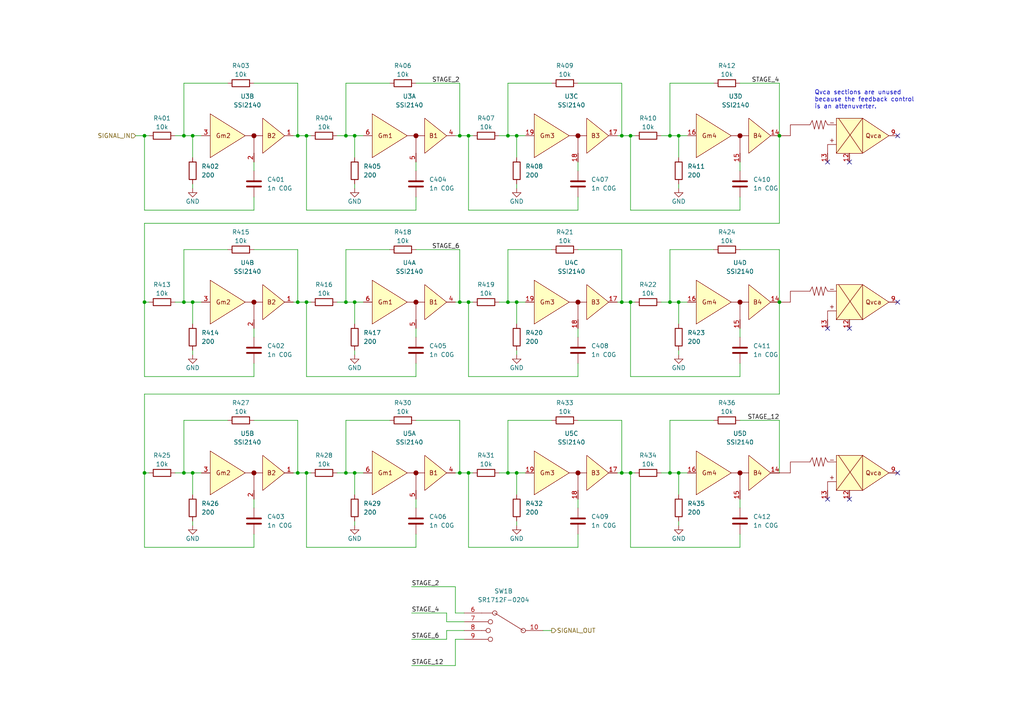
<source format=kicad_sch>
(kicad_sch (version 20211123) (generator eeschema)
  (paper "A4")
  (title_block (title "SSI2140 12-Stage Phase Shifter") (date "2022-10-11") (rev "0") (comment 1 "creativecommons.org/licences/by/4.0") (comment 2 "Licence: CC by 4.0") (comment 3 "Author: Jordan Aceto"))
  (junction (at 100.33 137.16))
  (junction (at 88.9 39.37))
  (junction (at 147.32 137.16))
  (junction (at 180.34 87.63))
  (junction (at 135.89 137.16))
  (junction (at 86.36 39.37))
  (junction (at 182.88 87.63))
  (junction (at 226.06 39.37))
  (junction (at 147.32 39.37))
  (junction (at 149.86 39.37))
  (junction (at 133.35 39.37))
  (junction (at 194.31 87.63))
  (junction (at 53.34 137.16))
  (junction (at 88.9 87.63))
  (junction (at 41.91 137.16))
  (junction (at 86.36 87.63))
  (junction (at 196.85 137.16))
  (junction (at 53.34 39.37))
  (junction (at 196.85 39.37))
  (junction (at 55.88 39.37))
  (junction (at 102.87 137.16))
  (junction (at 147.32 87.63))
  (junction (at 102.87 87.63))
  (junction (at 86.36 137.16))
  (junction (at 53.34 87.63))
  (junction (at 182.88 39.37))
  (junction (at 182.88 137.16))
  (junction (at 180.34 39.37))
  (junction (at 194.31 39.37))
  (junction (at 149.86 87.63))
  (junction (at 41.91 39.37))
  (junction (at 226.06 87.63))
  (junction (at 100.33 87.63))
  (junction (at 55.88 137.16))
  (junction (at 194.31 137.16))
  (junction (at 55.88 87.63))
  (junction (at 133.35 137.16))
  (junction (at 180.34 137.16))
  (junction (at 149.86 137.16))
  (junction (at 135.89 39.37))
  (junction (at 88.9 137.16))
  (junction (at 135.89 87.63))
  (junction (at 133.35 87.63))
  (junction (at 196.85 87.63))
  (junction (at 100.33 39.37))
  (junction (at 102.87 39.37))
  (junction (at 41.91 87.63))
  (no_connect (at 260.35 87.63))
  (no_connect (at 246.38 95.25))
  (no_connect (at 240.03 95.25))
  (no_connect (at 240.03 144.78))
  (no_connect (at 246.38 144.78))
  (no_connect (at 260.35 137.16))
  (no_connect (at 260.35 39.37))
  (no_connect (at 246.38 46.99))
  (no_connect (at 240.03 46.99))
  (wire (pts (xy 53.34 121.92) (xy 66.04 121.92)))
  (wire (pts (xy 157.48 182.88) (xy 160.02 182.88)))
  (wire (pts (xy 226.06 87.63) (xy 226.06 72.39)))
  (wire (pts (xy 214.63 95.25) (xy 214.63 97.79)))
  (wire (pts (xy 149.86 137.16) (xy 149.86 143.51)))
  (wire (pts (xy 102.87 151.13) (xy 102.87 152.4)))
  (wire (pts (xy 73.66 46.99) (xy 73.66 49.53)))
  (wire (pts (xy 100.33 121.92) (xy 100.33 137.16)))
  (wire (pts (xy 120.65 57.15) (xy 120.65 60.96)))
  (wire (pts (xy 73.66 57.15) (xy 73.66 60.96)))
  (wire (pts (xy 100.33 137.16) (xy 102.87 137.16)))
  (wire (pts (xy 149.86 39.37) (xy 149.86 45.72)))
  (wire (pts (xy 120.65 46.99) (xy 120.65 49.53)))
  (wire (pts (xy 73.66 109.22) (xy 41.91 109.22)))
  (wire (pts (xy 53.34 87.63) (xy 55.88 87.63)))
  (wire (pts (xy 55.88 137.16) (xy 58.42 137.16)))
  (wire (pts (xy 97.79 137.16) (xy 100.33 137.16)))
  (wire (pts (xy 53.34 121.92) (xy 53.34 137.16)))
  (wire (pts (xy 149.86 87.63) (xy 149.86 93.98)))
  (wire (pts (xy 182.88 87.63) (xy 184.15 87.63)))
  (wire (pts (xy 147.32 39.37) (xy 149.86 39.37)))
  (wire (pts (xy 86.36 87.63) (xy 86.36 72.39)))
  (wire (pts (xy 147.32 137.16) (xy 149.86 137.16)))
  (wire (pts (xy 100.33 72.39) (xy 100.33 87.63)))
  (wire (pts (xy 167.64 105.41) (xy 167.64 109.22)))
  (wire (pts (xy 119.38 170.18) (xy 132.08 170.18)))
  (wire (pts (xy 135.89 109.22) (xy 135.89 87.63)))
  (wire (pts (xy 182.88 137.16) (xy 184.15 137.16)))
  (wire (pts (xy 86.36 121.92) (xy 73.66 121.92)))
  (wire (pts (xy 135.89 137.16) (xy 137.16 137.16)))
  (wire (pts (xy 196.85 87.63) (xy 199.39 87.63)))
  (wire (pts (xy 41.91 60.96) (xy 41.91 39.37)))
  (wire (pts (xy 194.31 72.39) (xy 207.01 72.39)))
  (wire (pts (xy 214.63 46.99) (xy 214.63 49.53)))
  (wire (pts (xy 196.85 87.63) (xy 196.85 93.98)))
  (wire (pts (xy 86.36 72.39) (xy 73.66 72.39)))
  (wire (pts (xy 133.35 39.37) (xy 133.35 24.13)))
  (wire (pts (xy 88.9 60.96) (xy 88.9 39.37)))
  (wire (pts (xy 120.65 95.25) (xy 120.65 97.79)))
  (wire (pts (xy 182.88 109.22) (xy 182.88 87.63)))
  (wire (pts (xy 134.62 185.42) (xy 132.08 185.42)))
  (wire (pts (xy 194.31 87.63) (xy 196.85 87.63)))
  (wire (pts (xy 180.34 87.63) (xy 182.88 87.63)))
  (wire (pts (xy 97.79 39.37) (xy 100.33 39.37)))
  (wire (pts (xy 214.63 109.22) (xy 182.88 109.22)))
  (wire (pts (xy 41.91 64.77) (xy 226.06 64.77)))
  (wire (pts (xy 214.63 60.96) (xy 182.88 60.96)))
  (wire (pts (xy 132.08 137.16) (xy 133.35 137.16)))
  (wire (pts (xy 214.63 158.75) (xy 182.88 158.75)))
  (wire (pts (xy 147.32 87.63) (xy 149.86 87.63)))
  (wire (pts (xy 55.88 137.16) (xy 55.88 143.51)))
  (wire (pts (xy 120.65 154.94) (xy 120.65 158.75)))
  (wire (pts (xy 180.34 121.92) (xy 167.64 121.92)))
  (wire (pts (xy 226.06 64.77) (xy 226.06 39.37)))
  (wire (pts (xy 88.9 109.22) (xy 88.9 87.63)))
  (wire (pts (xy 102.87 39.37) (xy 105.41 39.37)))
  (wire (pts (xy 149.86 101.6) (xy 149.86 102.87)))
  (wire (pts (xy 53.34 24.13) (xy 53.34 39.37)))
  (wire (pts (xy 129.54 180.34) (xy 129.54 177.8)))
  (wire (pts (xy 100.33 87.63) (xy 102.87 87.63)))
  (wire (pts (xy 102.87 137.16) (xy 102.87 143.51)))
  (wire (pts (xy 53.34 72.39) (xy 53.34 87.63)))
  (wire (pts (xy 134.62 182.88) (xy 129.54 182.88)))
  (wire (pts (xy 41.91 87.63) (xy 41.91 64.77)))
  (wire (pts (xy 180.34 137.16) (xy 182.88 137.16)))
  (wire (pts (xy 180.34 87.63) (xy 180.34 72.39)))
  (wire (pts (xy 147.32 72.39) (xy 147.32 87.63)))
  (wire (pts (xy 134.62 177.8) (xy 132.08 177.8)))
  (wire (pts (xy 53.34 72.39) (xy 66.04 72.39)))
  (wire (pts (xy 194.31 121.92) (xy 207.01 121.92)))
  (wire (pts (xy 55.88 87.63) (xy 55.88 93.98)))
  (wire (pts (xy 120.65 144.78) (xy 120.65 147.32)))
  (wire (pts (xy 120.65 105.41) (xy 120.65 109.22)))
  (wire (pts (xy 120.65 158.75) (xy 88.9 158.75)))
  (wire (pts (xy 41.91 114.3) (xy 226.06 114.3)))
  (wire (pts (xy 196.85 101.6) (xy 196.85 102.87)))
  (wire (pts (xy 149.86 39.37) (xy 152.4 39.37)))
  (wire (pts (xy 179.07 39.37) (xy 180.34 39.37)))
  (wire (pts (xy 167.64 95.25) (xy 167.64 97.79)))
  (wire (pts (xy 134.62 180.34) (xy 129.54 180.34)))
  (wire (pts (xy 133.35 121.92) (xy 120.65 121.92)))
  (wire (pts (xy 147.32 121.92) (xy 160.02 121.92)))
  (wire (pts (xy 86.36 39.37) (xy 88.9 39.37)))
  (wire (pts (xy 73.66 144.78) (xy 73.66 147.32)))
  (wire (pts (xy 41.91 137.16) (xy 41.91 114.3)))
  (wire (pts (xy 196.85 53.34) (xy 196.85 54.61)))
  (wire (pts (xy 194.31 72.39) (xy 194.31 87.63)))
  (wire (pts (xy 50.8 87.63) (xy 53.34 87.63)))
  (wire (pts (xy 53.34 39.37) (xy 55.88 39.37)))
  (wire (pts (xy 191.77 137.16) (xy 194.31 137.16)))
  (wire (pts (xy 55.88 87.63) (xy 58.42 87.63)))
  (wire (pts (xy 120.65 109.22) (xy 88.9 109.22)))
  (wire (pts (xy 226.06 24.13) (xy 214.63 24.13)))
  (wire (pts (xy 86.36 87.63) (xy 88.9 87.63)))
  (wire (pts (xy 133.35 39.37) (xy 135.89 39.37)))
  (wire (pts (xy 167.64 158.75) (xy 135.89 158.75)))
  (wire (pts (xy 135.89 60.96) (xy 135.89 39.37)))
  (wire (pts (xy 88.9 39.37) (xy 90.17 39.37)))
  (wire (pts (xy 226.06 137.16) (xy 226.06 121.92)))
  (wire (pts (xy 167.64 154.94) (xy 167.64 158.75)))
  (wire (pts (xy 191.77 87.63) (xy 194.31 87.63)))
  (wire (pts (xy 41.91 158.75) (xy 41.91 137.16)))
  (wire (pts (xy 180.34 137.16) (xy 180.34 121.92)))
  (wire (pts (xy 144.78 39.37) (xy 147.32 39.37)))
  (wire (pts (xy 55.88 151.13) (xy 55.88 152.4)))
  (wire (pts (xy 133.35 87.63) (xy 133.35 72.39)))
  (wire (pts (xy 147.32 72.39) (xy 160.02 72.39)))
  (wire (pts (xy 102.87 39.37) (xy 102.87 45.72)))
  (wire (pts (xy 55.88 39.37) (xy 55.88 45.72)))
  (wire (pts (xy 102.87 137.16) (xy 105.41 137.16)))
  (wire (pts (xy 55.88 39.37) (xy 58.42 39.37)))
  (wire (pts (xy 100.33 121.92) (xy 113.03 121.92)))
  (wire (pts (xy 86.36 39.37) (xy 86.36 24.13)))
  (wire (pts (xy 132.08 87.63) (xy 133.35 87.63)))
  (wire (pts (xy 226.06 72.39) (xy 214.63 72.39)))
  (wire (pts (xy 191.77 39.37) (xy 194.31 39.37)))
  (wire (pts (xy 86.36 24.13) (xy 73.66 24.13)))
  (wire (pts (xy 167.64 144.78) (xy 167.64 147.32)))
  (wire (pts (xy 149.86 137.16) (xy 152.4 137.16)))
  (wire (pts (xy 182.88 60.96) (xy 182.88 39.37)))
  (wire (pts (xy 182.88 39.37) (xy 184.15 39.37)))
  (wire (pts (xy 214.63 144.78) (xy 214.63 147.32)))
  (wire (pts (xy 147.32 121.92) (xy 147.32 137.16)))
  (wire (pts (xy 147.32 24.13) (xy 160.02 24.13)))
  (wire (pts (xy 167.64 109.22) (xy 135.89 109.22)))
  (wire (pts (xy 144.78 137.16) (xy 147.32 137.16)))
  (wire (pts (xy 149.86 87.63) (xy 152.4 87.63)))
  (wire (pts (xy 85.09 87.63) (xy 86.36 87.63)))
  (wire (pts (xy 147.32 24.13) (xy 147.32 39.37)))
  (wire (pts (xy 194.31 121.92) (xy 194.31 137.16)))
  (wire (pts (xy 133.35 137.16) (xy 135.89 137.16)))
  (wire (pts (xy 73.66 154.94) (xy 73.66 158.75)))
  (wire (pts (xy 194.31 24.13) (xy 207.01 24.13)))
  (wire (pts (xy 135.89 39.37) (xy 137.16 39.37)))
  (wire (pts (xy 214.63 154.94) (xy 214.63 158.75)))
  (wire (pts (xy 86.36 137.16) (xy 86.36 121.92)))
  (wire (pts (xy 86.36 137.16) (xy 88.9 137.16)))
  (wire (pts (xy 182.88 158.75) (xy 182.88 137.16)))
  (wire (pts (xy 88.9 87.63) (xy 90.17 87.63)))
  (wire (pts (xy 133.35 72.39) (xy 120.65 72.39)))
  (wire (pts (xy 214.63 57.15) (xy 214.63 60.96)))
  (wire (pts (xy 226.06 24.13) (xy 226.06 39.37)))
  (wire (pts (xy 132.08 39.37) (xy 133.35 39.37)))
  (wire (pts (xy 132.08 185.42) (xy 132.08 193.04)))
  (wire (pts (xy 119.38 185.42) (xy 129.54 185.42)))
  (wire (pts (xy 85.09 39.37) (xy 86.36 39.37)))
  (wire (pts (xy 129.54 182.88) (xy 129.54 185.42)))
  (wire (pts (xy 196.85 137.16) (xy 199.39 137.16)))
  (wire (pts (xy 196.85 137.16) (xy 196.85 143.51)))
  (wire (pts (xy 88.9 158.75) (xy 88.9 137.16)))
  (wire (pts (xy 179.07 137.16) (xy 180.34 137.16)))
  (wire (pts (xy 180.34 39.37) (xy 182.88 39.37)))
  (wire (pts (xy 167.64 46.99) (xy 167.64 49.53)))
  (wire (pts (xy 50.8 137.16) (xy 53.34 137.16)))
  (wire (pts (xy 180.34 72.39) (xy 167.64 72.39)))
  (wire (pts (xy 194.31 24.13) (xy 194.31 39.37)))
  (wire (pts (xy 100.33 72.39) (xy 113.03 72.39)))
  (wire (pts (xy 133.35 24.13) (xy 120.65 24.13)))
  (wire (pts (xy 41.91 137.16) (xy 43.18 137.16)))
  (wire (pts (xy 41.91 109.22) (xy 41.91 87.63)))
  (wire (pts (xy 41.91 39.37) (xy 43.18 39.37)))
  (wire (pts (xy 102.87 101.6) (xy 102.87 102.87)))
  (wire (pts (xy 102.87 53.34) (xy 102.87 54.61)))
  (wire (pts (xy 180.34 24.13) (xy 167.64 24.13)))
  (wire (pts (xy 180.34 39.37) (xy 180.34 24.13)))
  (wire (pts (xy 100.33 24.13) (xy 100.33 39.37)))
  (wire (pts (xy 55.88 101.6) (xy 55.88 102.87)))
  (wire (pts (xy 133.35 137.16) (xy 133.35 121.92)))
  (wire (pts (xy 226.06 121.92) (xy 214.63 121.92)))
  (wire (pts (xy 119.38 193.04) (xy 132.08 193.04)))
  (wire (pts (xy 102.87 87.63) (xy 102.87 93.98)))
  (wire (pts (xy 194.31 39.37) (xy 196.85 39.37)))
  (wire (pts (xy 149.86 151.13) (xy 149.86 152.4)))
  (wire (pts (xy 97.79 87.63) (xy 100.33 87.63)))
  (wire (pts (xy 149.86 53.34) (xy 149.86 54.61)))
  (wire (pts (xy 226.06 114.3) (xy 226.06 87.63)))
  (wire (pts (xy 196.85 39.37) (xy 196.85 45.72)))
  (wire (pts (xy 194.31 137.16) (xy 196.85 137.16)))
  (wire (pts (xy 167.64 57.15) (xy 167.64 60.96)))
  (wire (pts (xy 132.08 177.8) (xy 132.08 170.18)))
  (wire (pts (xy 102.87 87.63) (xy 105.41 87.63)))
  (wire (pts (xy 135.89 158.75) (xy 135.89 137.16)))
  (wire (pts (xy 88.9 137.16) (xy 90.17 137.16)))
  (wire (pts (xy 167.64 60.96) (xy 135.89 60.96)))
  (wire (pts (xy 119.38 177.8) (xy 129.54 177.8)))
  (wire (pts (xy 73.66 60.96) (xy 41.91 60.96)))
  (wire (pts (xy 120.65 60.96) (xy 88.9 60.96)))
  (wire (pts (xy 214.63 105.41) (xy 214.63 109.22)))
  (wire (pts (xy 53.34 24.13) (xy 66.04 24.13)))
  (wire (pts (xy 55.88 53.34) (xy 55.88 54.61)))
  (wire (pts (xy 41.91 87.63) (xy 43.18 87.63)))
  (wire (pts (xy 73.66 105.41) (xy 73.66 109.22)))
  (wire (pts (xy 100.33 39.37) (xy 102.87 39.37)))
  (wire (pts (xy 135.89 87.63) (xy 137.16 87.63)))
  (wire (pts (xy 85.09 137.16) (xy 86.36 137.16)))
  (wire (pts (xy 73.66 95.25) (xy 73.66 97.79)))
  (wire (pts (xy 50.8 39.37) (xy 53.34 39.37)))
  (wire (pts (xy 179.07 87.63) (xy 180.34 87.63)))
  (wire (pts (xy 144.78 87.63) (xy 147.32 87.63)))
  (wire (pts (xy 196.85 151.13) (xy 196.85 152.4)))
  (wire (pts (xy 196.85 39.37) (xy 199.39 39.37)))
  (wire (pts (xy 133.35 87.63) (xy 135.89 87.63)))
  (wire (pts (xy 73.66 158.75) (xy 41.91 158.75)))
  (wire (pts (xy 53.34 137.16) (xy 55.88 137.16)))
  (wire (pts (xy 100.33 24.13) (xy 113.03 24.13)))
  (wire (pts (xy 39.37 39.37) (xy 41.91 39.37)))
  (text "Qvca sections are unused\nbecause the feedback control\nis an attenuverter." (at 236.22 31.75 0) (effects (font (size 1.27 1.27)) (justify left bottom)))
  (label "STAGE_4" (at 119.38 177.8 0))
  (label "STAGE_6" (at 119.38 185.42 0))
  (label "STAGE_12" (at 226.06 121.92 180))
  (label "STAGE_4" (at 226.06 24.13 180))
  (label "STAGE_2" (at 119.38 170.18 0))
  (label "STAGE_2" (at 133.35 24.13 180))
  (label "STAGE_6" (at 133.35 72.39 180))
  (label "STAGE_12" (at 119.38 193.04 0))
  (hierarchical_label "SIGNAL_IN" (shape input) (at 39.37 39.37 180))
  (hierarchical_label "SIGNAL_OUT" (shape output) (at 160.02 182.88 0))
  (symbol (lib_id "Device:R") (at 116.84 24.13 90) (unit 1)
    (property "Reference" "R406" (at 116.84 19.05 90))
    (property "Value" "10k" (at 116.84 21.59 90))
    (property "Footprint" "Resistor_SMD:R_0603_1608Metric" (effects hide))
  )
  (symbol (lib_id "Device:R") (at 46.99 39.37 90) (unit 1)
    (property "Reference" "R401" (at 46.99 34.29 90))
    (property "Value" "10k" (at 46.99 36.83 90))
    (property "Footprint" "Resistor_SMD:R_0603_1608Metric" (effects hide))
  )
  (symbol (lib_id "Device:R") (at 149.86 147.32 0) (unit 1)
    (property "Reference" "R432" (at 152.4 146.0499 0) (effects (justify left)))
    (property "Value" "200" (at 152.4 148.5899 0) (effects (justify left)))
    (property "Footprint" "Resistor_SMD:R_0603_1608Metric" (effects hide))
  )
  (symbol (lib_name "SSI2140_4") (lib_id "custom_symbols:SSI2140") (at 73.66 39.37 0) (unit 2)
    (property "Reference" "U3" (at 71.755 27.94 0))
    (property "Value" "SSI2140" (at 71.755 30.48 0))
    (property "Footprint" "Package_SO:TSSOP-20_4.4x6.5mm_P0.65mm" (effects hide))
  )
  (symbol (lib_id "Device:C") (at 167.64 151.13 0) (unit 1)
    (property "Reference" "C409" (at 171.45 149.8599 0) (effects (justify left)))
    (property "Value" "1n C0G" (at 171.45 152.3999 0) (effects (justify left)))
    (property "Footprint" "Capacitor_SMD:C_0805_2012Metric" (effects hide))
  )
  (symbol (lib_name "SSI2140_3") (lib_id "custom_symbols:SSI2140") (at 120.65 39.37 0) (unit 1)
    (property "Reference" "U3" (at 118.745 27.94 0))
    (property "Value" "SSI2140" (at 118.745 30.48 0))
    (property "Footprint" "Package_SO:TSSOP-20_4.4x6.5mm_P0.65mm" (effects hide))
  )
  (symbol (lib_id "Device:C") (at 214.63 151.13 0) (unit 1)
    (property "Reference" "C412" (at 218.44 149.8599 0) (effects (justify left)))
    (property "Value" "1n C0G" (at 218.44 152.3999 0) (effects (justify left)))
    (property "Footprint" "Capacitor_SMD:C_0805_2012Metric" (effects hide))
  )
  (symbol (lib_id "Device:R") (at 196.85 49.53 0) (unit 1)
    (property "Reference" "R411" (at 199.39 48.2599 0) (effects (justify left)))
    (property "Value" "200" (at 199.39 50.7999 0) (effects (justify left)))
    (property "Footprint" "Resistor_SMD:R_0603_1608Metric" (effects hide))
  )
  (symbol (lib_id "power:GND") (at 102.87 102.87 0) (unit 1)
    (property "Reference" "#PWR0405" (effects hide))
    (property "Value" "GND" (at 102.87 106.68 0))
  )
  (symbol (lib_id "power:GND") (at 149.86 152.4 0) (unit 1)
    (property "Reference" "#PWR0409" (effects hide))
    (property "Value" "GND" (at 149.86 156.21 0))
  )
  (symbol (lib_id "Device:R") (at 102.87 147.32 0) (unit 1)
    (property "Reference" "R429" (at 105.41 146.0499 0) (effects (justify left)))
    (property "Value" "200" (at 105.41 148.5899 0) (effects (justify left)))
    (property "Footprint" "Resistor_SMD:R_0603_1608Metric" (effects hide))
  )
  (symbol (lib_id "Device:R") (at 55.88 97.79 0) (unit 1)
    (property "Reference" "R414" (at 58.42 96.5199 0) (effects (justify left)))
    (property "Value" "200" (at 58.42 99.0599 0) (effects (justify left)))
    (property "Footprint" "Resistor_SMD:R_0603_1608Metric" (effects hide))
  )
  (symbol (lib_name "SSI2140_1") (lib_id "custom_symbols:SSI2140") (at 73.66 87.63 0) (unit 2)
    (property "Reference" "U4" (at 71.755 76.2 0))
    (property "Value" "SSI2140" (at 71.755 78.74 0))
    (property "Footprint" "Package_SO:TSSOP-20_4.4x6.5mm_P0.65mm" (effects hide))
  )
  (symbol (lib_id "Device:R") (at 69.85 24.13 90) (unit 1)
    (property "Reference" "R403" (at 69.85 19.05 90))
    (property "Value" "10k" (at 69.85 21.59 90))
    (property "Footprint" "Resistor_SMD:R_0603_1608Metric" (effects hide))
  )
  (symbol (lib_id "Device:R") (at 69.85 72.39 90) (unit 1)
    (property "Reference" "R415" (at 69.85 67.31 90))
    (property "Value" "10k" (at 69.85 69.85 90))
    (property "Footprint" "Resistor_SMD:R_0603_1608Metric" (effects hide))
  )
  (symbol (lib_id "power:GND") (at 102.87 152.4 0) (unit 1)
    (property "Reference" "#PWR0406" (effects hide))
    (property "Value" "GND" (at 102.87 156.21 0))
  )
  (symbol (lib_id "Device:R") (at 210.82 121.92 90) (unit 1)
    (property "Reference" "R436" (at 210.82 116.84 90))
    (property "Value" "10k" (at 210.82 119.38 90))
    (property "Footprint" "Resistor_SMD:R_0603_1608Metric" (effects hide))
  )
  (symbol (lib_id "Device:C") (at 120.65 101.6 0) (unit 1)
    (property "Reference" "C405" (at 124.46 100.3299 0) (effects (justify left)))
    (property "Value" "1n C0G" (at 124.46 102.8699 0) (effects (justify left)))
    (property "Footprint" "Capacitor_SMD:C_0805_2012Metric" (effects hide))
  )
  (symbol (lib_name "SSI2140_2") (lib_id "custom_symbols:SSI2140") (at 120.65 137.16 0) (unit 1)
    (property "Reference" "U5" (at 118.745 125.73 0))
    (property "Value" "SSI2140" (at 118.745 128.27 0))
    (property "Footprint" "Package_SO:TSSOP-20_4.4x6.5mm_P0.65mm" (effects hide))
  )
  (symbol (lib_id "power:GND") (at 55.88 102.87 0) (unit 1)
    (property "Reference" "#PWR0402" (effects hide))
    (property "Value" "GND" (at 55.88 106.68 0))
  )
  (symbol (lib_id "Device:R") (at 69.85 121.92 90) (unit 1)
    (property "Reference" "R427" (at 69.85 116.84 90))
    (property "Value" "10k" (at 69.85 119.38 90))
    (property "Footprint" "Resistor_SMD:R_0603_1608Metric" (effects hide))
  )
  (symbol (lib_id "power:GND") (at 149.86 54.61 0) (unit 1)
    (property "Reference" "#PWR0407" (effects hide))
    (property "Value" "GND" (at 149.86 58.42 0))
  )
  (symbol (lib_id "power:GND") (at 196.85 102.87 0) (unit 1)
    (property "Reference" "#PWR0411" (effects hide))
    (property "Value" "GND" (at 196.85 106.68 0))
  )
  (symbol (lib_name "SSI2140_2") (lib_id "custom_symbols:SSI2140") (at 120.65 87.63 0) (unit 1)
    (property "Reference" "U4" (at 118.745 76.2 0))
    (property "Value" "SSI2140" (at 118.745 78.74 0))
    (property "Footprint" "Package_SO:TSSOP-20_4.4x6.5mm_P0.65mm" (effects hide))
  )
  (symbol (lib_id "custom_symbols:SR1712F-0204") (at 147.32 182.88 0) (mirror y) (unit 2)
    (property "Reference" "SW1" (at 146.05 171.45 0))
    (property "Value" "SR1712F-0204" (at 146.05 173.99 0))
    (property "Footprint" "custom_footprints:SR1712F_rotary_switch" (effects hide))
  )
  (symbol (lib_id "power:GND") (at 102.87 54.61 0) (unit 1)
    (property "Reference" "#PWR0404" (effects hide))
    (property "Value" "GND" (at 102.87 58.42 0))
  )
  (symbol (lib_id "Device:R") (at 149.86 97.79 0) (unit 1)
    (property "Reference" "R420" (at 152.4 96.5199 0) (effects (justify left)))
    (property "Value" "200" (at 152.4 99.0599 0) (effects (justify left)))
    (property "Footprint" "Resistor_SMD:R_0603_1608Metric" (effects hide))
  )
  (symbol (lib_id "Device:C") (at 73.66 101.6 0) (unit 1)
    (property "Reference" "C402" (at 77.47 100.3299 0) (effects (justify left)))
    (property "Value" "1n C0G" (at 77.47 102.8699 0) (effects (justify left)))
    (property "Footprint" "Capacitor_SMD:C_0805_2012Metric" (effects hide))
  )
  (symbol (lib_id "power:GND") (at 55.88 152.4 0) (unit 1)
    (property "Reference" "#PWR0403" (effects hide))
    (property "Value" "GND" (at 55.88 156.21 0))
  )
  (symbol (lib_name "SSI2140_8") (lib_id "custom_symbols:SSI2140") (at 214.63 137.16 0) (unit 4)
    (property "Reference" "U5" (at 214.63 125.73 0))
    (property "Value" "SSI2140" (at 214.63 128.27 0))
    (property "Footprint" "Package_SO:TSSOP-20_4.4x6.5mm_P0.65mm" (effects hide))
  )
  (symbol (lib_id "Device:R") (at 187.96 87.63 90) (unit 1)
    (property "Reference" "R422" (at 187.96 82.55 90))
    (property "Value" "10k" (at 187.96 85.09 90))
    (property "Footprint" "Resistor_SMD:R_0603_1608Metric" (effects hide))
  )
  (symbol (lib_id "Device:R") (at 93.98 137.16 90) (unit 1)
    (property "Reference" "R428" (at 93.98 132.08 90))
    (property "Value" "10k" (at 93.98 134.62 90))
    (property "Footprint" "Resistor_SMD:R_0603_1608Metric" (effects hide))
  )
  (symbol (lib_id "Device:R") (at 55.88 147.32 0) (unit 1)
    (property "Reference" "R426" (at 58.42 146.0499 0) (effects (justify left)))
    (property "Value" "200" (at 58.42 148.5899 0) (effects (justify left)))
    (property "Footprint" "Resistor_SMD:R_0603_1608Metric" (effects hide))
  )
  (symbol (lib_id "Device:R") (at 163.83 121.92 90) (unit 1)
    (property "Reference" "R433" (at 163.83 116.84 90))
    (property "Value" "10k" (at 163.83 119.38 90))
    (property "Footprint" "Resistor_SMD:R_0603_1608Metric" (effects hide))
  )
  (symbol (lib_id "Device:R") (at 163.83 24.13 90) (unit 1)
    (property "Reference" "R409" (at 163.83 19.05 90))
    (property "Value" "10k" (at 163.83 21.59 90))
    (property "Footprint" "Resistor_SMD:R_0603_1608Metric" (effects hide))
  )
  (symbol (lib_id "power:GND") (at 196.85 152.4 0) (unit 1)
    (property "Reference" "#PWR0412" (effects hide))
    (property "Value" "GND" (at 196.85 156.21 0))
  )
  (symbol (lib_id "Device:R") (at 116.84 72.39 90) (unit 1)
    (property "Reference" "R418" (at 116.84 67.31 90))
    (property "Value" "10k" (at 116.84 69.85 90))
    (property "Footprint" "Resistor_SMD:R_0603_1608Metric" (effects hide))
  )
  (symbol (lib_id "Device:R") (at 116.84 121.92 90) (unit 1)
    (property "Reference" "R430" (at 116.84 116.84 90))
    (property "Value" "10k" (at 116.84 119.38 90))
    (property "Footprint" "Resistor_SMD:R_0603_1608Metric" (effects hide))
  )
  (symbol (lib_id "Device:C") (at 73.66 53.34 0) (unit 1)
    (property "Reference" "C401" (at 77.47 52.0699 0) (effects (justify left)))
    (property "Value" "1n C0G" (at 77.47 54.6099 0) (effects (justify left)))
    (property "Footprint" "Capacitor_SMD:C_0805_2012Metric" (effects hide))
  )
  (symbol (lib_id "Device:C") (at 167.64 101.6 0) (unit 1)
    (property "Reference" "C408" (at 171.45 100.3299 0) (effects (justify left)))
    (property "Value" "1n C0G" (at 171.45 102.8699 0) (effects (justify left)))
    (property "Footprint" "Capacitor_SMD:C_0805_2012Metric" (effects hide))
  )
  (symbol (lib_id "Device:C") (at 120.65 151.13 0) (unit 1)
    (property "Reference" "C406" (at 124.46 149.8599 0) (effects (justify left)))
    (property "Value" "1n C0G" (at 124.46 152.3999 0) (effects (justify left)))
    (property "Footprint" "Capacitor_SMD:C_0805_2012Metric" (effects hide))
  )
  (symbol (lib_id "Device:C") (at 167.64 53.34 0) (unit 1)
    (property "Reference" "C407" (at 171.45 52.0699 0) (effects (justify left)))
    (property "Value" "1n C0G" (at 171.45 54.6099 0) (effects (justify left)))
    (property "Footprint" "Capacitor_SMD:C_0805_2012Metric" (effects hide))
  )
  (symbol (lib_id "Device:C") (at 214.63 53.34 0) (unit 1)
    (property "Reference" "C410" (at 218.44 52.0699 0) (effects (justify left)))
    (property "Value" "1n C0G" (at 218.44 54.6099 0) (effects (justify left)))
    (property "Footprint" "Capacitor_SMD:C_0805_2012Metric" (effects hide))
  )
  (symbol (lib_id "Device:R") (at 102.87 49.53 0) (unit 1)
    (property "Reference" "R405" (at 105.41 48.2599 0) (effects (justify left)))
    (property "Value" "200" (at 105.41 50.7999 0) (effects (justify left)))
    (property "Footprint" "Resistor_SMD:R_0603_1608Metric" (effects hide))
  )
  (symbol (lib_id "Device:R") (at 55.88 49.53 0) (unit 1)
    (property "Reference" "R402" (at 58.42 48.2599 0) (effects (justify left)))
    (property "Value" "200" (at 58.42 50.7999 0) (effects (justify left)))
    (property "Footprint" "Resistor_SMD:R_0603_1608Metric" (effects hide))
  )
  (symbol (lib_name "SSI2140_6") (lib_id "custom_symbols:SSI2140") (at 167.64 137.16 0) (unit 3)
    (property "Reference" "U5" (at 165.735 125.73 0))
    (property "Value" "SSI2140" (at 165.735 128.27 0))
    (property "Footprint" "Package_SO:TSSOP-20_4.4x6.5mm_P0.65mm" (effects hide))
  )
  (symbol (lib_id "Device:R") (at 140.97 87.63 90) (unit 1)
    (property "Reference" "R419" (at 140.97 82.55 90))
    (property "Value" "10k" (at 140.97 85.09 90))
    (property "Footprint" "Resistor_SMD:R_0603_1608Metric" (effects hide))
  )
  (symbol (lib_id "Device:R") (at 140.97 137.16 90) (unit 1)
    (property "Reference" "R431" (at 140.97 132.08 90))
    (property "Value" "10k" (at 140.97 134.62 90))
    (property "Footprint" "Resistor_SMD:R_0603_1608Metric" (effects hide))
  )
  (symbol (lib_name "SSI2140_5") (lib_id "custom_symbols:SSI2140") (at 167.64 39.37 0) (unit 3)
    (property "Reference" "U3" (at 165.735 27.94 0))
    (property "Value" "SSI2140" (at 165.735 30.48 0))
    (property "Footprint" "Package_SO:TSSOP-20_4.4x6.5mm_P0.65mm" (effects hide))
  )
  (symbol (lib_id "Device:C") (at 214.63 101.6 0) (unit 1)
    (property "Reference" "C411" (at 218.44 100.3299 0) (effects (justify left)))
    (property "Value" "1n C0G" (at 218.44 102.8699 0) (effects (justify left)))
    (property "Footprint" "Capacitor_SMD:C_0805_2012Metric" (effects hide))
  )
  (symbol (lib_id "power:GND") (at 55.88 54.61 0) (unit 1)
    (property "Reference" "#PWR0401" (effects hide))
    (property "Value" "GND" (at 55.88 58.42 0))
  )
  (symbol (lib_id "Device:R") (at 163.83 72.39 90) (unit 1)
    (property "Reference" "R421" (at 163.83 67.31 90))
    (property "Value" "10k" (at 163.83 69.85 90))
    (property "Footprint" "Resistor_SMD:R_0603_1608Metric" (effects hide))
  )
  (symbol (lib_id "Device:R") (at 210.82 72.39 90) (unit 1)
    (property "Reference" "R424" (at 210.82 67.31 90))
    (property "Value" "10k" (at 210.82 69.85 90))
    (property "Footprint" "Resistor_SMD:R_0603_1608Metric" (effects hide))
  )
  (symbol (lib_id "Device:R") (at 187.96 137.16 90) (unit 1)
    (property "Reference" "R434" (at 187.96 132.08 90))
    (property "Value" "10k" (at 187.96 134.62 90))
    (property "Footprint" "Resistor_SMD:R_0603_1608Metric" (effects hide))
  )
  (symbol (lib_id "power:GND") (at 149.86 102.87 0) (unit 1)
    (property "Reference" "#PWR0408" (effects hide))
    (property "Value" "GND" (at 149.86 106.68 0))
  )
  (symbol (lib_id "Device:R") (at 93.98 87.63 90) (unit 1)
    (property "Reference" "R416" (at 93.98 82.55 90))
    (property "Value" "10k" (at 93.98 85.09 90))
    (property "Footprint" "Resistor_SMD:R_0603_1608Metric" (effects hide))
  )
  (symbol (lib_id "Device:R") (at 196.85 97.79 0) (unit 1)
    (property "Reference" "R423" (at 199.39 96.5199 0) (effects (justify left)))
    (property "Value" "200" (at 199.39 99.0599 0) (effects (justify left)))
    (property "Footprint" "Resistor_SMD:R_0603_1608Metric" (effects hide))
  )
  (symbol (lib_id "Device:R") (at 210.82 24.13 90) (unit 1)
    (property "Reference" "R412" (at 210.82 19.05 90))
    (property "Value" "10k" (at 210.82 21.59 90))
    (property "Footprint" "Resistor_SMD:R_0603_1608Metric" (effects hide))
  )
  (symbol (lib_name "SSI2140_8") (lib_id "custom_symbols:SSI2140") (at 214.63 87.63 0) (unit 4)
    (property "Reference" "U4" (at 214.63 76.2 0))
    (property "Value" "SSI2140" (at 214.63 78.74 0))
    (property "Footprint" "Package_SO:TSSOP-20_4.4x6.5mm_P0.65mm" (effects hide))
  )
  (symbol (lib_id "Device:R") (at 93.98 39.37 90) (unit 1)
    (property "Reference" "R404" (at 93.98 34.29 90))
    (property "Value" "10k" (at 93.98 36.83 90))
    (property "Footprint" "Resistor_SMD:R_0603_1608Metric" (effects hide))
  )
  (symbol (lib_id "Device:R") (at 140.97 39.37 90) (unit 1)
    (property "Reference" "R407" (at 140.97 34.29 90))
    (property "Value" "10k" (at 140.97 36.83 90))
    (property "Footprint" "Resistor_SMD:R_0603_1608Metric" (effects hide))
  )
  (symbol (lib_id "Device:R") (at 102.87 97.79 0) (unit 1)
    (property "Reference" "R417" (at 105.41 96.5199 0) (effects (justify left)))
    (property "Value" "200" (at 105.41 99.0599 0) (effects (justify left)))
    (property "Footprint" "Resistor_SMD:R_0603_1608Metric" (effects hide))
  )
  (symbol (lib_id "Device:R") (at 196.85 147.32 0) (unit 1)
    (property "Reference" "R435" (at 199.39 146.0499 0) (effects (justify left)))
    (property "Value" "200" (at 199.39 148.5899 0) (effects (justify left)))
    (property "Footprint" "Resistor_SMD:R_0603_1608Metric" (effects hide))
  )
  (symbol (lib_name "SSI2140_7") (lib_id "custom_symbols:SSI2140") (at 214.63 39.37 0) (unit 4)
    (property "Reference" "U3" (at 213.36 27.94 0))
    (property "Value" "SSI2140" (at 213.36 30.48 0))
    (property "Footprint" "Package_SO:TSSOP-20_4.4x6.5mm_P0.65mm" (effects hide))
  )
  (symbol (lib_id "Device:C") (at 120.65 53.34 0) (unit 1)
    (property "Reference" "C404" (at 124.46 52.0699 0) (effects (justify left)))
    (property "Value" "1n C0G" (at 124.46 54.6099 0) (effects (justify left)))
    (property "Footprint" "Capacitor_SMD:C_0805_2012Metric" (effects hide))
  )
  (symbol (lib_id "Device:R") (at 187.96 39.37 90) (unit 1)
    (property "Reference" "R410" (at 187.96 34.29 90))
    (property "Value" "10k" (at 187.96 36.83 90))
    (property "Footprint" "Resistor_SMD:R_0603_1608Metric" (effects hide))
  )
  (symbol (lib_id "Device:R") (at 149.86 49.53 0) (unit 1)
    (property "Reference" "R408" (at 152.4 48.2599 0) (effects (justify left)))
    (property "Value" "200" (at 152.4 50.7999 0) (effects (justify left)))
    (property "Footprint" "Resistor_SMD:R_0603_1608Metric" (effects hide))
  )
  (symbol (lib_id "Device:R") (at 46.99 137.16 90) (unit 1)
    (property "Reference" "R425" (at 46.99 132.08 90))
    (property "Value" "10k" (at 46.99 134.62 90))
    (property "Footprint" "Resistor_SMD:R_0603_1608Metric" (effects hide))
  )
  (symbol (lib_id "Device:R") (at 46.99 87.63 90) (unit 1)
    (property "Reference" "R413" (at 46.99 82.55 90))
    (property "Value" "10k" (at 46.99 85.09 90))
    (property "Footprint" "Resistor_SMD:R_0603_1608Metric" (effects hide))
  )
  (symbol (lib_id "Device:C") (at 73.66 151.13 0) (unit 1)
    (property "Reference" "C403" (at 77.47 149.8599 0) (effects (justify left)))
    (property "Value" "1n C0G" (at 77.47 152.3999 0) (effects (justify left)))
    (property "Footprint" "Capacitor_SMD:C_0805_2012Metric" (effects hide))
  )
  (symbol (lib_name "SSI2140_6") (lib_id "custom_symbols:SSI2140") (at 167.64 87.63 0) (unit 3)
    (property "Reference" "U4" (at 165.735 76.2 0))
    (property "Value" "SSI2140" (at 165.735 78.74 0))
    (property "Footprint" "Package_SO:TSSOP-20_4.4x6.5mm_P0.65mm" (effects hide))
  )
  (symbol (lib_id "power:GND") (at 196.85 54.61 0) (unit 1)
    (property "Reference" "#PWR0410" (effects hide))
    (property "Value" "GND" (at 196.85 58.42 0))
  )
  (symbol (lib_name "SSI2140_1") (lib_id "custom_symbols:SSI2140") (at 73.66 137.16 0) (unit 2)
    (property "Reference" "U5" (at 71.755 125.73 0))
    (property "Value" "SSI2140" (at 71.755 128.27 0))
    (property "Footprint" "Package_SO:TSSOP-20_4.4x6.5mm_P0.65mm" (effects hide))
  )
)
</source>
